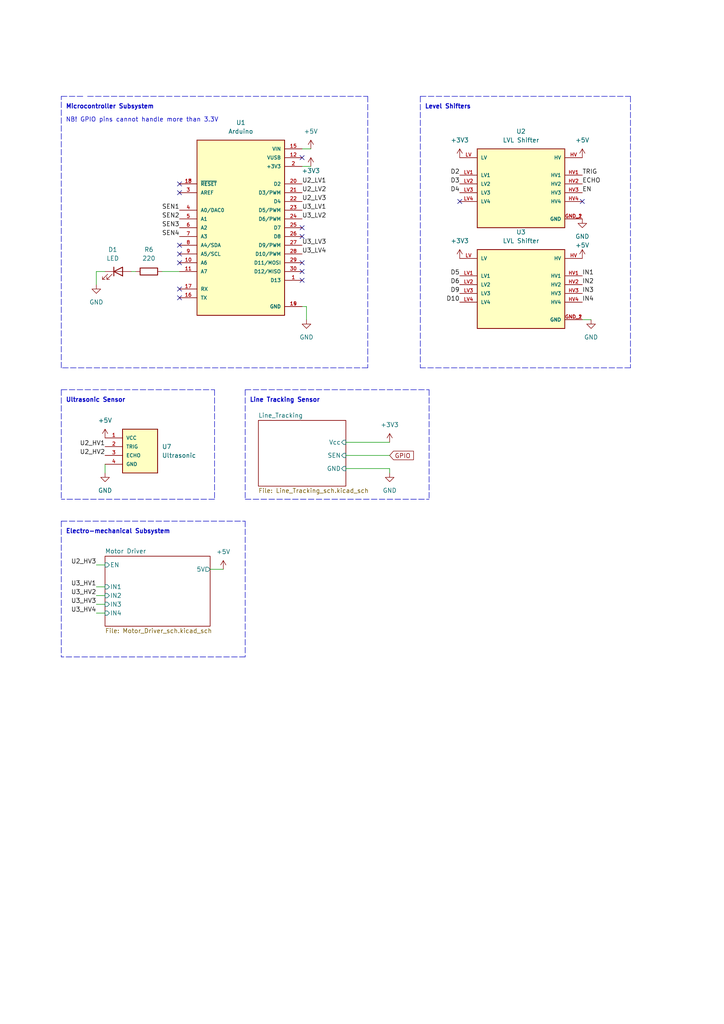
<source format=kicad_sch>
(kicad_sch (version 20211123) (generator eeschema)
  (paper "A4" portrait)
  (title_block (title "Line Following Robot Schematic") (date "2023-08-06") (rev "v1.0") (comment 2 "EEE3099F") (comment 3 "University of Cape Town") (comment 4 "Friso Vijverberg"))
  (lib_symbols
    (symbol "Arduino_Nano_33_IoT:ABX00027" (pin_names (offset 1.016))
      (property "Reference" "U" (at -12.7 26.67 0))
      (property "Value" "ABX00027" (at -12.7 -26.67 0))
      (symbol "ABX00027_0_0"
        (rectangle (start -12.7 -25.4) (end 12.7 25.4) (stroke (width 0.254)) (fill (type background)))
        (pin bidirectional line (at 17.78 -15.24 180) (length 5.08) (name "D13") (number "1"))
        (pin input line (at -17.78 -10.16 0) (length 5.08) (name "A6") (number "10"))
        (pin input line (at -17.78 -12.7 0) (length 5.08) (name "A7") (number "11"))
        (pin power_in line (at 17.78 20.32 180) (length 5.08) (name "VUSB") (number "12"))
        (pin input line (at -17.78 12.7 0) (length 5.08) (name "~{RESET}") (number "13"))
        (pin power_in line (at 17.78 -22.86 180) (length 5.08) (name "GND") (number "14"))
        (pin power_in line (at 17.78 22.86 180) (length 5.08) (name "VIN") (number "15"))
        (pin bidirectional line (at -17.78 -20.32 0) (length 5.08) (name "TX") (number "16"))
        (pin bidirectional line (at -17.78 -17.78 0) (length 5.08) (name "RX") (number "17"))
        (pin input line (at -17.78 12.7 0) (length 5.08) (name "~{RESET}") (number "18"))
        (pin power_in line (at 17.78 -22.86 180) (length 5.08) (name "GND") (number "19"))
        (pin power_in line (at 17.78 17.78 180) (length 5.08) (name "+3V3") (number "2"))
        (pin bidirectional line (at 17.78 12.7 180) (length 5.08) (name "D2") (number "20"))
        (pin bidirectional line (at 17.78 10.16 180) (length 5.08) (name "D3/PWM") (number "21"))
        (pin bidirectional line (at 17.78 7.62 180) (length 5.08) (name "D4") (number "22"))
        (pin bidirectional line (at 17.78 5.08 180) (length 5.08) (name "D5/PWM") (number "23"))
        (pin bidirectional line (at 17.78 2.54 180) (length 5.08) (name "D6/PWM") (number "24"))
        (pin bidirectional line (at 17.78 0 180) (length 5.08) (name "D7") (number "25"))
        (pin bidirectional line (at 17.78 -2.54 180) (length 5.08) (name "D8") (number "26"))
        (pin bidirectional line (at 17.78 -5.08 180) (length 5.08) (name "D9/PWM") (number "27"))
        (pin bidirectional line (at 17.78 -7.62 180) (length 5.08) (name "D10/PWM") (number "28"))
        (pin bidirectional line (at 17.78 -10.16 180) (length 5.08) (name "D11/MOSI") (number "29"))
        (pin input line (at -17.78 10.16 0) (length 5.08) (name "AREF") (number "3"))
        (pin bidirectional line (at 17.78 -12.7 180) (length 5.08) (name "D12/MISO") (number "30"))
        (pin bidirectional line (at -17.78 5.08 0) (length 5.08) (name "A0/DAC0") (number "4"))
        (pin input line (at -17.78 2.54 0) (length 5.08) (name "A1") (number "5"))
        (pin input line (at -17.78 0 0) (length 5.08) (name "A2") (number "6"))
        (pin input line (at -17.78 -2.54 0) (length 5.08) (name "A3") (number "7"))
        (pin input line (at -17.78 -5.08 0) (length 5.08) (name "A4/SDA") (number "8"))
        (pin input line (at -17.78 -7.62 0) (length 5.08) (name "A5/SCL") (number "9"))
      )
    )
    (symbol "BOB-12009:BOB-12009" (pin_names (offset 1.016))
      (property "Reference" "U" (at -12.7 11.43 0))
      (property "Value" "BOB-12009" (at -12.7 -15.24 0))
      (symbol "BOB-12009_0_0"
        (rectangle (start -12.7 -12.7) (end 12.7 10.16) (stroke (width 0.254)) (fill (type background)))
        (pin power_in line (at 17.78 -10.16 180) (length 5.08) (name "GND") (number "GND_1"))
        (pin power_in line (at 17.78 -10.16 180) (length 5.08) (name "GND") (number "GND_2"))
        (pin bidirectional line (at 17.78 7.62 180) (length 5.08) (name "HV") (number "HV"))
        (pin bidirectional line (at 17.78 2.54 180) (length 5.08) (name "HV1") (number "HV1"))
        (pin bidirectional line (at 17.78 0 180) (length 5.08) (name "HV2") (number "HV2"))
        (pin bidirectional line (at 17.78 -2.54 180) (length 5.08) (name "HV3") (number "HV3"))
        (pin bidirectional line (at 17.78 -5.08 180) (length 5.08) (name "HV4") (number "HV4"))
        (pin bidirectional line (at -17.78 7.62 0) (length 5.08) (name "LV") (number "LV"))
        (pin bidirectional line (at -17.78 2.54 0) (length 5.08) (name "LV1") (number "LV1"))
        (pin bidirectional line (at -17.78 0 0) (length 5.08) (name "LV2") (number "LV2"))
        (pin bidirectional line (at -17.78 -2.54 0) (length 5.08) (name "LV3") (number "LV3"))
        (pin bidirectional line (at -17.78 -5.08 0) (length 5.08) (name "LV4") (number "LV4"))
      )
    )
    (symbol "Device:LED" (pin_numbers hide) (pin_names (offset 1.016) hide)
      (property "Reference" "D" (at 0 2.54 0))
      (property "Value" "LED" (at 0 -2.54 0))
      (symbol "LED_0_1"
        (polyline (pts (xy -1.27 -1.27) (xy -1.27 1.27)) (stroke (width 0.254)))
        (polyline (pts (xy -1.27 0) (xy 1.27 0)))
        (polyline (pts (xy 1.27 -1.27) (xy 1.27 1.27) (xy -1.27 0) (xy 1.27 -1.27)) (stroke (width 0.254)))
        (polyline (pts (xy -3.048 -0.762) (xy -4.572 -2.286) (xy -3.81 -2.286) (xy -4.572 -2.286) (xy -4.572 -1.524)))
        (polyline (pts (xy -1.778 -0.762) (xy -3.302 -2.286) (xy -2.54 -2.286) (xy -3.302 -2.286) (xy -3.302 -1.524)))
      )
      (symbol "LED_1_1"
        (pin passive line (at -3.81 0 0) (length 2.54) (name "K") (number "1"))
        (pin passive line (at 3.81 0 180) (length 2.54) (name "A") (number "2"))
      )
    )
    (symbol "Device:R" (pin_numbers hide) (pin_names (offset 0))
      (property "Reference" "R" (at 2.032 0 90))
      (property "Value" "R" (at 0 0 90))
      (symbol "R_0_1"
        (rectangle (start -1.016 -2.54) (end 1.016 2.54) (stroke (width 0.254)))
      )
      (symbol "R_1_1"
        (pin passive line (at 0 3.81 270) (length 1.27) (name "~") (number "1"))
        (pin passive line (at 0 -3.81 90) (length 1.27) (name "~") (number "2"))
      )
    )
    (symbol "HC-SR04:HC-SR04" (pin_names (offset 1.016))
      (property "Reference" "U" (at 0 5.0813 0))
      (property "Value" "HC-SR04" (at 0 -10.163 0))
      (symbol "HC-SR04_0_0"
        (rectangle (start 0 -7.62) (end 10.16 5.08) (stroke (width 0.254)) (fill (type background)))
        (pin power_in line (at -5.08 2.54 0) (length 5.08) (name "VCC") (number "1"))
        (pin bidirectional line (at -5.08 0 0) (length 5.08) (name "TRIG") (number "2"))
        (pin bidirectional line (at -5.08 -2.54 0) (length 5.08) (name "ECHO") (number "3"))
        (pin power_in line (at -5.08 -5.08 0) (length 5.08) (name "GND") (number "4"))
      )
    )
    (symbol "power:+3V3" (power) (pin_names (offset 0))
      (property "Value" "+3V3" (at 0 3.556 0))
      (symbol "+3V3_0_1"
        (polyline (pts (xy -0.762 1.27) (xy 0 2.54)))
        (polyline (pts (xy 0 0) (xy 0 2.54)))
        (polyline (pts (xy 0 2.54) (xy 0.762 1.27)))
      )
      (symbol "+3V3_1_1"
        (pin power_in line (at 0 0 90) (length 0) hide (name "+3V3") (number "1"))
      )
    )
    (symbol "power:+5V" (power) (pin_names (offset 0))
      (property "Value" "+5V" (at 0 3.556 0))
      (symbol "+5V_0_1"
        (polyline (pts (xy -0.762 1.27) (xy 0 2.54)))
        (polyline (pts (xy 0 0) (xy 0 2.54)))
        (polyline (pts (xy 0 2.54) (xy 0.762 1.27)))
      )
      (symbol "+5V_1_1"
        (pin power_in line (at 0 0 90) (length 0) hide (name "+5V") (number "1"))
      )
    )
    (symbol "power:GND" (power) (pin_names (offset 0))
      (property "Value" "GND" (at 0 -3.81 0))
      (symbol "GND_0_1"
        (polyline (pts (xy 0 0) (xy 0 -1.27) (xy 1.27 -1.27) (xy 0 -2.54) (xy -1.27 -1.27) (xy 0 -1.27)))
      )
      (symbol "GND_1_1"
        (pin power_in line (at 0 0 270) (length 0) hide (name "GND") (number "1"))
      )
    )
  )
  (no_connect (at 52.07 83.82))
  (no_connect (at 52.07 86.36))
  (no_connect (at 87.63 68.58))
  (no_connect (at 87.63 66.04))
  (no_connect (at 87.63 45.72))
  (no_connect (at 52.07 73.66))
  (no_connect (at 52.07 76.2))
  (no_connect (at 87.63 81.28))
  (no_connect (at 87.63 78.74))
  (no_connect (at 87.63 76.2))
  (no_connect (at 52.07 55.88))
  (no_connect (at 52.07 53.34))
  (no_connect (at 52.07 71.12))
  (no_connect (at 168.91 58.42))
  (no_connect (at 133.35 58.42))
  (polyline (pts (xy 182.88 106.68) (xy 121.92 106.68)))
  (polyline (pts (xy 182.88 27.94) (xy 182.88 106.68)))
  (polyline (pts (xy 62.23 144.78) (xy 17.78 144.78)))
  (polyline (pts (xy 124.46 113.03) (xy 124.46 144.78)))
  (polyline (pts (xy 25.4 27.94) (xy 106.68 27.94)))
  (wire (pts (xy 87.63 48.26) (xy 90.17 48.26)))
  (wire (pts (xy 27.94 172.72) (xy 30.48 172.72)))
  (wire (pts (xy 100.33 132.08) (xy 113.03 132.08)))
  (polyline (pts (xy 71.12 113.03) (xy 71.12 144.78)))
  (polyline (pts (xy 71.12 144.78) (xy 124.46 144.78)))
  (polyline (pts (xy 17.78 151.13) (xy 17.78 190.5)))
  (polyline (pts (xy 71.12 113.03) (xy 124.46 113.03)))
  (polyline (pts (xy 17.78 106.68) (xy 17.78 27.94)))
  (wire (pts (xy 100.33 128.27) (xy 113.03 128.27)))
  (wire (pts (xy 60.96 165.1) (xy 64.77 165.1)))
  (polyline (pts (xy 121.92 27.94) (xy 121.92 106.68)))
  (wire (pts (xy 87.63 88.9) (xy 88.9 88.9)))
  (wire (pts (xy 27.94 78.74) (xy 30.48 78.74)))
  (polyline (pts (xy 121.92 27.94) (xy 182.88 27.94)))
  (wire (pts (xy 27.94 163.83) (xy 30.48 163.83)))
  (polyline (pts (xy 71.12 151.13) (xy 71.12 190.5)))
  (wire (pts (xy 46.99 78.74) (xy 52.07 78.74)))
  (polyline (pts (xy 17.78 27.94) (xy 24.13 27.94)))
  (wire (pts (xy 27.94 177.8) (xy 30.48 177.8)))
  (wire (pts (xy 30.48 134.62) (xy 30.48 137.16)))
  (polyline (pts (xy 106.68 27.94) (xy 106.68 106.68)))
  (wire (pts (xy 38.1 78.74) (xy 39.37 78.74)))
  (polyline (pts (xy 17.78 151.13) (xy 71.12 151.13)))
  (wire (pts (xy 27.94 82.55) (xy 27.94 78.74)))
  (polyline (pts (xy 17.78 113.03) (xy 62.23 113.03)))
  (polyline (pts (xy 62.23 113.03) (xy 62.23 144.78)))
  (wire (pts (xy 100.33 135.89) (xy 113.03 135.89)))
  (wire (pts (xy 27.94 170.18) (xy 30.48 170.18)))
  (wire (pts (xy 113.03 135.89) (xy 113.03 137.16)))
  (polyline (pts (xy 17.78 113.03) (xy 17.78 144.78)))
  (wire (pts (xy 90.17 43.18) (xy 87.63 43.18)))
  (wire (pts (xy 168.91 92.71) (xy 171.45 92.71)))
  (polyline (pts (xy 71.12 190.5) (xy 17.78 190.5)))
  (wire (pts (xy 88.9 88.9) (xy 88.9 92.71)))
  (polyline (pts (xy 106.68 106.68) (xy 17.78 106.68)))
  (wire (pts (xy 27.94 175.26) (xy 30.48 175.26)))
  (text "Ultrasonic Sensor\n" (at 19.05 116.84 0) (effects (font (size 1.27 1.27) bold) (justify left bottom)))
  (text "Microcontroller Subsystem\n" (at 19.05 31.75 0) (effects (font (size 1.27 1.27) (thickness 0.254) bold) (justify left bottom)))
  (text "Electro-mechanical Subsystem\n" (at 19.05 154.94 0) (effects (font (size 1.27 1.27) bold) (justify left bottom)))
  (text "Level Shifters" (at 123.19 31.75 0) (effects (font (size 1.27 1.27) bold) (justify left bottom)))
  (text "Line Tracking Sensor" (at 72.39 116.84 0) (effects (font (size 1.27 1.27) bold) (justify left bottom)))
  (text "NB! GPIO pins cannot handle more than 3.3V" (at 19.05 35.56 0) (effects (font (size 1.27 1.27)) (justify left bottom)))
  (label "SEN4" (at 52.07 68.58 180))
  (label "ECHO" (at 168.91 53.34 0))
  (label "U2_LV2" (at 87.63 55.88 0))
  (label "U2_HV3" (at 27.94 163.83 180))
  (label "U3_HV1" (at 27.94 170.18 180))
  (label "IN1" (at 168.91 80.01 0))
  (label "D4" (at 133.35 55.88 180))
  (label "U3_HV4" (at 27.94 177.8 180))
  (label "D10" (at 133.35 87.63 180))
  (label "D2" (at 133.35 50.8 180))
  (label "IN2" (at 168.91 82.55 0))
  (label "EN" (at 168.91 55.88 0))
  (label "IN4" (at 168.91 87.63 0))
  (label "U3_LV1" (at 87.63 60.96 0))
  (label "D5" (at 133.35 80.01 180))
  (label "SEN3" (at 52.07 66.04 180))
  (label "SEN2" (at 52.07 63.5 180))
  (label "D6" (at 133.35 82.55 180))
  (label "U3_LV3" (at 87.63 71.12 0))
  (label "U3_HV3" (at 27.94 175.26 180))
  (label "U3_LV2" (at 87.63 63.5 0))
  (label "D3" (at 133.35 53.34 180))
  (label "U3_HV2" (at 27.94 172.72 180))
  (label "U2_HV1" (at 30.48 129.54 180))
  (label "U2_HV2" (at 30.48 132.08 180))
  (label "U2_LV1" (at 87.63 53.34 0))
  (label "SEN1" (at 52.07 60.96 180))
  (label "D9" (at 133.35 85.09 180))
  (label "U3_LV4" (at 87.63 73.66 0))
  (label "TRIG" (at 168.91 50.8 0))
  (label "IN3" (at 168.91 85.09 0))
  (label "U2_LV3" (at 87.63 58.42 0))
  (global_label "GPIO" (shape input) (at 113.03 132.08 0) (property "Intersheet References" "${INTERSHEET_REFS}" (effects hide)))
  (symbol (lib_id "power:+3V3") (at 113.03 128.27 0) (unit 1)
    (property "Reference" "#PWR016" (effects hide))
    (property "Value" "+3V3" (at 113.03 123.19 0))
  )
  (symbol (lib_id "Device:LED") (at 34.29 78.74 0) (unit 1)
    (property "Reference" "D1" (at 32.7025 72.39 0))
    (property "Value" "LED" (at 32.7025 74.93 0))
  )
  (symbol (lib_id "power:GND") (at 171.45 92.71 0) (unit 1)
    (property "Reference" "#PWR0101" (effects hide))
    (property "Value" "GND" (at 171.45 97.79 0))
  )
  (symbol (lib_id "power:GND") (at 113.03 137.16 0) (unit 1)
    (property "Reference" "#PWR017" (effects hide))
    (property "Value" "GND" (at 113.03 142.24 0))
  )
  (symbol (lib_id "Device:R") (at 43.18 78.74 90) (unit 1)
    (property "Reference" "R6" (at 43.18 72.39 90))
    (property "Value" "220" (at 43.18 74.93 90))
  )
  (symbol (lib_id "BOB-12009:BOB-12009") (at 151.13 82.55 0) (unit 1)
    (property "Reference" "U3" (at 151.13 67.31 0))
    (property "Value" "LVL Shifter" (at 151.13 69.85 0))
    (property "Footprint" "CONV_BOB-12009" (effects hide))
    (property "PARTREV" "01" (effects hide))
    (property "STANDARD" "Manufacturer Recommendations" (effects hide))
    (property "MAXIMUM_PACKAGE_HEIGHT" "N/A" (effects hide))
    (property "MANUFACTURER" "SparkFun Electronics" (effects hide))
  )
  (symbol (lib_id "power:GND") (at 30.48 137.16 0) (unit 1)
    (property "Reference" "#PWR04" (effects hide))
    (property "Value" "GND" (at 30.48 142.24 0))
  )
  (symbol (lib_id "power:+5V") (at 168.91 45.72 0) (unit 1)
    (property "Reference" "#PWR023" (effects hide))
    (property "Value" "+5V" (at 168.91 40.64 0))
  )
  (symbol (lib_id "HC-SR04:HC-SR04") (at 35.56 129.54 0) (unit 1)
    (property "Reference" "U7" (at 46.99 129.5399 0) (effects (justify left)))
    (property "Value" "Ultrasonic" (at 46.99 132.0799 0) (effects (justify left)))
    (property "Footprint" "XCVR_HC-SR04" (effects hide))
    (property "MANUFACTURER" "Osepp" (effects hide))
  )
  (symbol (lib_id "power:+5V") (at 30.48 127 0) (unit 1)
    (property "Reference" "#PWR025" (effects hide))
    (property "Value" "+5V" (at 30.48 121.92 0))
  )
  (symbol (lib_id "power:+3V3") (at 133.35 74.93 0) (unit 1)
    (property "Reference" "#PWR021" (effects hide))
    (property "Value" "+3V3" (at 133.35 69.85 0))
  )
  (symbol (lib_id "BOB-12009:BOB-12009") (at 151.13 53.34 0) (unit 1)
    (property "Reference" "U2" (at 151.13 38.1 0))
    (property "Value" "LVL Shifter " (at 151.13 40.64 0))
    (property "Footprint" "CONV_BOB-12009" (effects hide))
    (property "PARTREV" "01" (effects hide))
    (property "STANDARD" "Manufacturer Recommendations" (effects hide))
    (property "MAXIMUM_PACKAGE_HEIGHT" "N/A" (effects hide))
    (property "MANUFACTURER" "SparkFun Electronics" (effects hide))
  )
  (symbol (lib_id "power:+5V") (at 168.91 74.93 0) (unit 1)
    (property "Reference" "#PWR022" (effects hide))
    (property "Value" "+5V" (at 168.91 71.12 0))
  )
  (symbol (lib_id "Arduino_Nano_33_IoT:ABX00027") (at 69.85 66.04 0) (unit 1)
    (property "Reference" "U1" (at 69.85 35.56 0))
    (property "Value" "Arduino" (at 69.85 38.1 0))
    (property "Footprint" "MODULE_ABX00027" (effects hide))
    (property "MF" "Arduino" (effects hide))
    (property "DESCRIPTION" "ATSAMD21G18A Arduino Nano 33 IoT SAM D ARM® Cortex®-M0+ MCU 32-Bit Embedded Evaluation Board" (effects hide))
    (property "PACKAGE" "None" (effects hide))
    (property "PRICE" "None" (effects hide))
    (property "MP" "ABX00027" (effects hide))
    (property "DIGIKEY-PURCHASE-URL" "https://snapeda.com/shop?store=DigiKey&id=3949339" (effects hide))
    (property "AVAILABILITY" "Unavailable" (effects hide))
  )
  (symbol (lib_id "power:+3V3") (at 90.17 48.26 0) (unit 1)
    (property "Reference" "#PWR019" (effects hide))
    (property "Value" "+3V3" (at 90.17 49.53 0))
  )
  (symbol (lib_id "power:+5V") (at 90.17 43.18 0) (unit 1)
    (property "Reference" "#PWR018" (effects hide))
    (property "Value" "+5V" (at 90.17 38.1 0))
  )
  (symbol (lib_id "power:GND") (at 27.94 82.55 0) (unit 1)
    (property "Reference" "#PWR01" (effects hide))
    (property "Value" "GND" (at 27.94 87.63 0))
  )
  (symbol (lib_id "power:+3V3") (at 133.35 45.72 0) (unit 1)
    (property "Reference" "#PWR020" (effects hide))
    (property "Value" "+3V3" (at 133.35 40.64 0))
  )
  (symbol (lib_id "power:GND") (at 168.91 63.5 0) (unit 1)
    (property "Reference" "#PWR03" (effects hide))
    (property "Value" "GND" (at 168.91 68.58 0))
  )
  (symbol (lib_id "power:GND") (at 88.9 92.71 0) (unit 1)
    (property "Reference" "#PWR02" (effects hide))
    (property "Value" "GND" (at 88.9 97.79 0))
  )
  (symbol (lib_id "power:+5V") (at 64.77 165.1 0) (unit 1)
    (property "Reference" "#PWR024" (effects hide))
    (property "Value" "+5V" (at 64.77 160.02 0))
  )
  (sheet (at 74.93 121.92) (size 25.4 19.05) (stroke (width 0.1524))
    (property "Sheet name" "Line_Tracking" (at 74.93 121.2084 0) (effects (justify left bottom)))
    (property "Sheet file" "Line_Tracking_sch.kicad_sch" (at 74.93 141.5546 0) (effects (justify left top)))
    (pin "GND" input (at 100.33 135.89 0))
    (pin "SEN" input (at 100.33 132.08 0))
    (pin "Vcc" input (at 100.33 128.27 0))
  )
  (sheet (at 30.48 161.29) (size 30.48 20.32) (stroke (width 0.1524))
    (property "Sheet name" "Motor Driver" (at 30.48 160.5784 0) (effects (justify left bottom)))
    (property "Sheet file" "Motor_Driver_sch.kicad_sch" (at 30.48 182.1946 0) (effects (justify left top)))
    (pin "5V" output (at 60.96 165.1 0))
    (pin "IN3" input (at 30.48 175.26 180))
    (pin "IN4" input (at 30.48 177.8 180))
    (pin "EN" input (at 30.48 163.83 180))
    (pin "IN1" input (at 30.48 170.18 180))
    (pin "IN2" input (at 30.48 172.72 180))
  )
)
</source>
